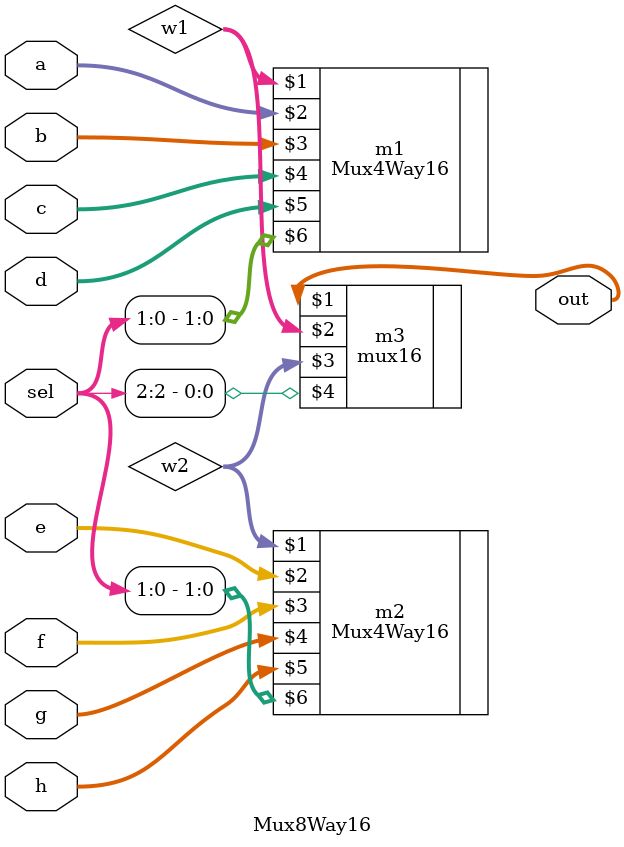
<source format=v>
/**
 * 16-bit multiplexor: 
 * for i = 0..15 out[i] = a[i] if sel == 0 
 *                        b[i] if sel == 1
 */

module Mux8Way16(
	input [15:0] a,
	input [15:0] b,
	input [15:0] c,
	input [15:0] d,
	input [15:0] e,
	input [15:0] f,
	input [15:0] g,
	input [15:0] h,
   	input [2:0] sel,
	output [15:0] out
);

  wire [15:0] w1,w2;

  Mux4Way16 m1(w1,a,b,c,d,sel[1:0]);
  Mux4Way16 m2(w2,e,f,g,h,sel[1:0]);
  mux16 m3(out ,w1, w2, sel[2]);
endmodule

</source>
